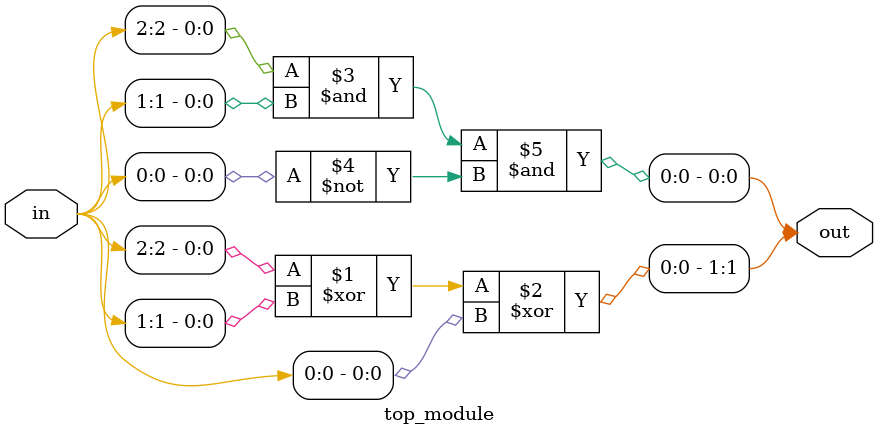
<source format=sv>
module top_module (
    input [2:0] in,
    output [1:0] out
);

    // Your code here
    
    assign out[1] = in[2] ^ in[1] ^ in[0];
    assign out[0] = in[2] & in[1] & ~in[0];

endmodule

</source>
